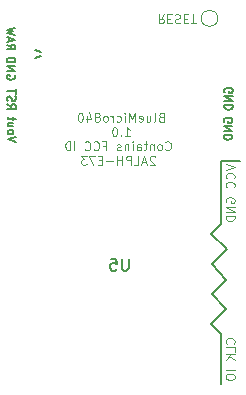
<source format=gbr>
G04 #@! TF.GenerationSoftware,KiCad,Pcbnew,(5.0.0)*
G04 #@! TF.CreationDate,2020-11-24T22:03:39-06:00*
G04 #@! TF.ProjectId,BlueMicro840,426C75654D6963726F3834302E6B6963,rev?*
G04 #@! TF.SameCoordinates,Original*
G04 #@! TF.FileFunction,Legend,Bot*
G04 #@! TF.FilePolarity,Positive*
%FSLAX46Y46*%
G04 Gerber Fmt 4.6, Leading zero omitted, Abs format (unit mm)*
G04 Created by KiCad (PCBNEW (5.0.0)) date 11/24/20 22:03:39*
%MOMM*%
%LPD*%
G01*
G04 APERTURE LIST*
%ADD10C,0.200000*%
%ADD11C,0.100000*%
%ADD12C,0.120000*%
%ADD13C,0.150000*%
G04 APERTURE END LIST*
D10*
X97179533Y-113399775D02*
X96671533Y-113272775D01*
X97169533Y-113795775D02*
X96661533Y-113922775D01*
D11*
X107692390Y-121660132D02*
X107728104Y-121695846D01*
X107835247Y-121731560D01*
X107906675Y-121731560D01*
X108013818Y-121695846D01*
X108085247Y-121624417D01*
X108120961Y-121552989D01*
X108156675Y-121410132D01*
X108156675Y-121302989D01*
X108120961Y-121160132D01*
X108085247Y-121088703D01*
X108013818Y-121017275D01*
X107906675Y-120981560D01*
X107835247Y-120981560D01*
X107728104Y-121017275D01*
X107692390Y-121052989D01*
X107263818Y-121731560D02*
X107335247Y-121695846D01*
X107370961Y-121660132D01*
X107406675Y-121588703D01*
X107406675Y-121374417D01*
X107370961Y-121302989D01*
X107335247Y-121267275D01*
X107263818Y-121231560D01*
X107156675Y-121231560D01*
X107085247Y-121267275D01*
X107049533Y-121302989D01*
X107013818Y-121374417D01*
X107013818Y-121588703D01*
X107049533Y-121660132D01*
X107085247Y-121695846D01*
X107156675Y-121731560D01*
X107263818Y-121731560D01*
X106692390Y-121231560D02*
X106692390Y-121731560D01*
X106692390Y-121302989D02*
X106656675Y-121267275D01*
X106585247Y-121231560D01*
X106478104Y-121231560D01*
X106406675Y-121267275D01*
X106370961Y-121338703D01*
X106370961Y-121731560D01*
X106120961Y-121231560D02*
X105835247Y-121231560D01*
X106013818Y-120981560D02*
X106013818Y-121624417D01*
X105978104Y-121695846D01*
X105906675Y-121731560D01*
X105835247Y-121731560D01*
X105263818Y-121731560D02*
X105263818Y-121338703D01*
X105299533Y-121267275D01*
X105370961Y-121231560D01*
X105513818Y-121231560D01*
X105585247Y-121267275D01*
X105263818Y-121695846D02*
X105335247Y-121731560D01*
X105513818Y-121731560D01*
X105585247Y-121695846D01*
X105620961Y-121624417D01*
X105620961Y-121552989D01*
X105585247Y-121481560D01*
X105513818Y-121445846D01*
X105335247Y-121445846D01*
X105263818Y-121410132D01*
X104906675Y-121731560D02*
X104906675Y-121231560D01*
X104906675Y-120981560D02*
X104942390Y-121017275D01*
X104906675Y-121052989D01*
X104870961Y-121017275D01*
X104906675Y-120981560D01*
X104906675Y-121052989D01*
X104549533Y-121231560D02*
X104549533Y-121731560D01*
X104549533Y-121302989D02*
X104513818Y-121267275D01*
X104442390Y-121231560D01*
X104335247Y-121231560D01*
X104263818Y-121267275D01*
X104228104Y-121338703D01*
X104228104Y-121731560D01*
X103906675Y-121695846D02*
X103835247Y-121731560D01*
X103692390Y-121731560D01*
X103620961Y-121695846D01*
X103585247Y-121624417D01*
X103585247Y-121588703D01*
X103620961Y-121517275D01*
X103692390Y-121481560D01*
X103799533Y-121481560D01*
X103870961Y-121445846D01*
X103906675Y-121374417D01*
X103906675Y-121338703D01*
X103870961Y-121267275D01*
X103799533Y-121231560D01*
X103692390Y-121231560D01*
X103620961Y-121267275D01*
X102442390Y-121338703D02*
X102692390Y-121338703D01*
X102692390Y-121731560D02*
X102692390Y-120981560D01*
X102335247Y-120981560D01*
X101620961Y-121660132D02*
X101656675Y-121695846D01*
X101763818Y-121731560D01*
X101835247Y-121731560D01*
X101942390Y-121695846D01*
X102013818Y-121624417D01*
X102049533Y-121552989D01*
X102085247Y-121410132D01*
X102085247Y-121302989D01*
X102049533Y-121160132D01*
X102013818Y-121088703D01*
X101942390Y-121017275D01*
X101835247Y-120981560D01*
X101763818Y-120981560D01*
X101656675Y-121017275D01*
X101620961Y-121052989D01*
X100870961Y-121660132D02*
X100906675Y-121695846D01*
X101013818Y-121731560D01*
X101085247Y-121731560D01*
X101192390Y-121695846D01*
X101263818Y-121624417D01*
X101299533Y-121552989D01*
X101335247Y-121410132D01*
X101335247Y-121302989D01*
X101299533Y-121160132D01*
X101263818Y-121088703D01*
X101192390Y-121017275D01*
X101085247Y-120981560D01*
X101013818Y-120981560D01*
X100906675Y-121017275D01*
X100870961Y-121052989D01*
X99978104Y-121731560D02*
X99978104Y-120981560D01*
X99620961Y-121731560D02*
X99620961Y-120981560D01*
X99442390Y-120981560D01*
X99335247Y-121017275D01*
X99263818Y-121088703D01*
X99228104Y-121160132D01*
X99192390Y-121302989D01*
X99192390Y-121410132D01*
X99228104Y-121552989D01*
X99263818Y-121624417D01*
X99335247Y-121695846D01*
X99442390Y-121731560D01*
X99620961Y-121731560D01*
X106799533Y-122277989D02*
X106763818Y-122242275D01*
X106692390Y-122206560D01*
X106513818Y-122206560D01*
X106442390Y-122242275D01*
X106406675Y-122277989D01*
X106370961Y-122349417D01*
X106370961Y-122420846D01*
X106406675Y-122527989D01*
X106835247Y-122956560D01*
X106370961Y-122956560D01*
X106085247Y-122742275D02*
X105728104Y-122742275D01*
X106156675Y-122956560D02*
X105906675Y-122206560D01*
X105656675Y-122956560D01*
X105049533Y-122956560D02*
X105406675Y-122956560D01*
X105406675Y-122206560D01*
X104799533Y-122956560D02*
X104799533Y-122206560D01*
X104513818Y-122206560D01*
X104442390Y-122242275D01*
X104406675Y-122277989D01*
X104370961Y-122349417D01*
X104370961Y-122456560D01*
X104406675Y-122527989D01*
X104442390Y-122563703D01*
X104513818Y-122599417D01*
X104799533Y-122599417D01*
X104049533Y-122956560D02*
X104049533Y-122206560D01*
X104049533Y-122563703D02*
X103620961Y-122563703D01*
X103620961Y-122956560D02*
X103620961Y-122206560D01*
X103263818Y-122670846D02*
X102692390Y-122670846D01*
X102335247Y-122563703D02*
X102085247Y-122563703D01*
X101978104Y-122956560D02*
X102335247Y-122956560D01*
X102335247Y-122206560D01*
X101978104Y-122206560D01*
X101728104Y-122206560D02*
X101228104Y-122206560D01*
X101549533Y-122956560D01*
X101013818Y-122206560D02*
X100549533Y-122206560D01*
X100799533Y-122492275D01*
X100692390Y-122492275D01*
X100620961Y-122527989D01*
X100585247Y-122563703D01*
X100549533Y-122635132D01*
X100549533Y-122813703D01*
X100585247Y-122885132D01*
X100620961Y-122920846D01*
X100692390Y-122956560D01*
X100906675Y-122956560D01*
X100978104Y-122920846D01*
X101013818Y-122885132D01*
X107538247Y-110235489D02*
X107288247Y-110592632D01*
X107109675Y-110235489D02*
X107109675Y-110985489D01*
X107395390Y-110985489D01*
X107466818Y-110949775D01*
X107502533Y-110914060D01*
X107538247Y-110842632D01*
X107538247Y-110735489D01*
X107502533Y-110664060D01*
X107466818Y-110628346D01*
X107395390Y-110592632D01*
X107109675Y-110592632D01*
X107859675Y-110628346D02*
X108109675Y-110628346D01*
X108216818Y-110235489D02*
X107859675Y-110235489D01*
X107859675Y-110985489D01*
X108216818Y-110985489D01*
X108502533Y-110271203D02*
X108609675Y-110235489D01*
X108788247Y-110235489D01*
X108859675Y-110271203D01*
X108895390Y-110306917D01*
X108931104Y-110378346D01*
X108931104Y-110449775D01*
X108895390Y-110521203D01*
X108859675Y-110556917D01*
X108788247Y-110592632D01*
X108645390Y-110628346D01*
X108573961Y-110664060D01*
X108538247Y-110699775D01*
X108502533Y-110771203D01*
X108502533Y-110842632D01*
X108538247Y-110914060D01*
X108573961Y-110949775D01*
X108645390Y-110985489D01*
X108823961Y-110985489D01*
X108931104Y-110949775D01*
X109252533Y-110628346D02*
X109502533Y-110628346D01*
X109609675Y-110235489D02*
X109252533Y-110235489D01*
X109252533Y-110985489D01*
X109609675Y-110985489D01*
X109823961Y-110985489D02*
X110252533Y-110985489D01*
X110038247Y-110235489D02*
X110038247Y-110985489D01*
D10*
X112374033Y-122639775D02*
X113961533Y-122639775D01*
X112374033Y-127973775D02*
X112374033Y-122639775D01*
X111548533Y-128799275D02*
X112374033Y-127973775D01*
X112882033Y-130132775D02*
X111548533Y-128799275D01*
X111612033Y-131402775D02*
X112882033Y-130132775D01*
X112818533Y-132736275D02*
X111612033Y-131402775D01*
X112755033Y-132799775D02*
X112818533Y-132736275D01*
X111612033Y-133942775D02*
X112755033Y-132799775D01*
X112818533Y-135212775D02*
X111612033Y-133942775D01*
X111548533Y-136482775D02*
X112818533Y-135212775D01*
X112374033Y-137308275D02*
X111548533Y-136482775D01*
X112374033Y-141562775D02*
X112374033Y-137308275D01*
D11*
X113467390Y-138100203D02*
X113503104Y-138064489D01*
X113538818Y-137957346D01*
X113538818Y-137885917D01*
X113503104Y-137778775D01*
X113431675Y-137707346D01*
X113360247Y-137671632D01*
X113217390Y-137635917D01*
X113110247Y-137635917D01*
X112967390Y-137671632D01*
X112895961Y-137707346D01*
X112824533Y-137778775D01*
X112788818Y-137885917D01*
X112788818Y-137957346D01*
X112824533Y-138064489D01*
X112860247Y-138100203D01*
X113538818Y-138778775D02*
X113538818Y-138421632D01*
X112788818Y-138421632D01*
X113538818Y-139028775D02*
X112788818Y-139028775D01*
X113538818Y-139457346D02*
X113110247Y-139135917D01*
X112788818Y-139457346D02*
X113217390Y-139028775D01*
X113538818Y-140350203D02*
X112788818Y-140350203D01*
X112788818Y-140850203D02*
X112788818Y-140993060D01*
X112824533Y-141064489D01*
X112895961Y-141135917D01*
X113038818Y-141171632D01*
X113288818Y-141171632D01*
X113431675Y-141135917D01*
X113503104Y-141064489D01*
X113538818Y-140993060D01*
X113538818Y-140850203D01*
X113503104Y-140778775D01*
X113431675Y-140707346D01*
X113288818Y-140671632D01*
X113038818Y-140671632D01*
X112895961Y-140707346D01*
X112824533Y-140778775D01*
X112788818Y-140850203D01*
X107303533Y-118925703D02*
X107196390Y-118961417D01*
X107160675Y-118997132D01*
X107124961Y-119068560D01*
X107124961Y-119175703D01*
X107160675Y-119247132D01*
X107196390Y-119282846D01*
X107267818Y-119318560D01*
X107553533Y-119318560D01*
X107553533Y-118568560D01*
X107303533Y-118568560D01*
X107232104Y-118604275D01*
X107196390Y-118639989D01*
X107160675Y-118711417D01*
X107160675Y-118782846D01*
X107196390Y-118854275D01*
X107232104Y-118889989D01*
X107303533Y-118925703D01*
X107553533Y-118925703D01*
X106696390Y-119318560D02*
X106767818Y-119282846D01*
X106803533Y-119211417D01*
X106803533Y-118568560D01*
X106089247Y-118818560D02*
X106089247Y-119318560D01*
X106410675Y-118818560D02*
X106410675Y-119211417D01*
X106374961Y-119282846D01*
X106303533Y-119318560D01*
X106196390Y-119318560D01*
X106124961Y-119282846D01*
X106089247Y-119247132D01*
X105446390Y-119282846D02*
X105517818Y-119318560D01*
X105660675Y-119318560D01*
X105732104Y-119282846D01*
X105767818Y-119211417D01*
X105767818Y-118925703D01*
X105732104Y-118854275D01*
X105660675Y-118818560D01*
X105517818Y-118818560D01*
X105446390Y-118854275D01*
X105410675Y-118925703D01*
X105410675Y-118997132D01*
X105767818Y-119068560D01*
X105089247Y-119318560D02*
X105089247Y-118568560D01*
X104839247Y-119104275D01*
X104589247Y-118568560D01*
X104589247Y-119318560D01*
X104232104Y-119318560D02*
X104232104Y-118818560D01*
X104232104Y-118568560D02*
X104267818Y-118604275D01*
X104232104Y-118639989D01*
X104196390Y-118604275D01*
X104232104Y-118568560D01*
X104232104Y-118639989D01*
X103553533Y-119282846D02*
X103624961Y-119318560D01*
X103767818Y-119318560D01*
X103839247Y-119282846D01*
X103874961Y-119247132D01*
X103910675Y-119175703D01*
X103910675Y-118961417D01*
X103874961Y-118889989D01*
X103839247Y-118854275D01*
X103767818Y-118818560D01*
X103624961Y-118818560D01*
X103553533Y-118854275D01*
X103232104Y-119318560D02*
X103232104Y-118818560D01*
X103232104Y-118961417D02*
X103196390Y-118889989D01*
X103160675Y-118854275D01*
X103089247Y-118818560D01*
X103017818Y-118818560D01*
X102660675Y-119318560D02*
X102732104Y-119282846D01*
X102767818Y-119247132D01*
X102803533Y-119175703D01*
X102803533Y-118961417D01*
X102767818Y-118889989D01*
X102732104Y-118854275D01*
X102660675Y-118818560D01*
X102553533Y-118818560D01*
X102482104Y-118854275D01*
X102446390Y-118889989D01*
X102410675Y-118961417D01*
X102410675Y-119175703D01*
X102446390Y-119247132D01*
X102482104Y-119282846D01*
X102553533Y-119318560D01*
X102660675Y-119318560D01*
X101982104Y-118889989D02*
X102053533Y-118854275D01*
X102089247Y-118818560D01*
X102124961Y-118747132D01*
X102124961Y-118711417D01*
X102089247Y-118639989D01*
X102053533Y-118604275D01*
X101982104Y-118568560D01*
X101839247Y-118568560D01*
X101767818Y-118604275D01*
X101732104Y-118639989D01*
X101696390Y-118711417D01*
X101696390Y-118747132D01*
X101732104Y-118818560D01*
X101767818Y-118854275D01*
X101839247Y-118889989D01*
X101982104Y-118889989D01*
X102053533Y-118925703D01*
X102089247Y-118961417D01*
X102124961Y-119032846D01*
X102124961Y-119175703D01*
X102089247Y-119247132D01*
X102053533Y-119282846D01*
X101982104Y-119318560D01*
X101839247Y-119318560D01*
X101767818Y-119282846D01*
X101732104Y-119247132D01*
X101696390Y-119175703D01*
X101696390Y-119032846D01*
X101732104Y-118961417D01*
X101767818Y-118925703D01*
X101839247Y-118889989D01*
X101053533Y-118818560D02*
X101053533Y-119318560D01*
X101232104Y-118532846D02*
X101410675Y-119068560D01*
X100946390Y-119068560D01*
X100517818Y-118568560D02*
X100446390Y-118568560D01*
X100374961Y-118604275D01*
X100339247Y-118639989D01*
X100303533Y-118711417D01*
X100267818Y-118854275D01*
X100267818Y-119032846D01*
X100303533Y-119175703D01*
X100339247Y-119247132D01*
X100374961Y-119282846D01*
X100446390Y-119318560D01*
X100517818Y-119318560D01*
X100589247Y-119282846D01*
X100624961Y-119247132D01*
X100660675Y-119175703D01*
X100696390Y-119032846D01*
X100696390Y-118854275D01*
X100660675Y-118711417D01*
X100624961Y-118639989D01*
X100589247Y-118604275D01*
X100517818Y-118568560D01*
X104249961Y-120543560D02*
X104678533Y-120543560D01*
X104464247Y-120543560D02*
X104464247Y-119793560D01*
X104535675Y-119900703D01*
X104607104Y-119972132D01*
X104678533Y-120007846D01*
X103928533Y-120472132D02*
X103892818Y-120507846D01*
X103928533Y-120543560D01*
X103964247Y-120507846D01*
X103928533Y-120472132D01*
X103928533Y-120543560D01*
X103428533Y-119793560D02*
X103357104Y-119793560D01*
X103285675Y-119829275D01*
X103249961Y-119864989D01*
X103214247Y-119936417D01*
X103178533Y-120079275D01*
X103178533Y-120257846D01*
X103214247Y-120400703D01*
X103249961Y-120472132D01*
X103285675Y-120507846D01*
X103357104Y-120543560D01*
X103428533Y-120543560D01*
X103499961Y-120507846D01*
X103535675Y-120472132D01*
X103571390Y-120400703D01*
X103607104Y-120257846D01*
X103607104Y-120079275D01*
X103571390Y-119936417D01*
X103535675Y-119864989D01*
X103499961Y-119829275D01*
X103428533Y-119793560D01*
X112788818Y-122941703D02*
X113538818Y-123191703D01*
X112788818Y-123441703D01*
X113467390Y-124120275D02*
X113503104Y-124084560D01*
X113538818Y-123977417D01*
X113538818Y-123905989D01*
X113503104Y-123798846D01*
X113431675Y-123727417D01*
X113360247Y-123691703D01*
X113217390Y-123655989D01*
X113110247Y-123655989D01*
X112967390Y-123691703D01*
X112895961Y-123727417D01*
X112824533Y-123798846D01*
X112788818Y-123905989D01*
X112788818Y-123977417D01*
X112824533Y-124084560D01*
X112860247Y-124120275D01*
X113467390Y-124870275D02*
X113503104Y-124834560D01*
X113538818Y-124727417D01*
X113538818Y-124655989D01*
X113503104Y-124548846D01*
X113431675Y-124477417D01*
X113360247Y-124441703D01*
X113217390Y-124405989D01*
X113110247Y-124405989D01*
X112967390Y-124441703D01*
X112895961Y-124477417D01*
X112824533Y-124548846D01*
X112788818Y-124655989D01*
X112788818Y-124727417D01*
X112824533Y-124834560D01*
X112860247Y-124870275D01*
X112824533Y-126155989D02*
X112788818Y-126084560D01*
X112788818Y-125977417D01*
X112824533Y-125870275D01*
X112895961Y-125798846D01*
X112967390Y-125763132D01*
X113110247Y-125727417D01*
X113217390Y-125727417D01*
X113360247Y-125763132D01*
X113431675Y-125798846D01*
X113503104Y-125870275D01*
X113538818Y-125977417D01*
X113538818Y-126048846D01*
X113503104Y-126155989D01*
X113467390Y-126191703D01*
X113217390Y-126191703D01*
X113217390Y-126048846D01*
X113538818Y-126513132D02*
X112788818Y-126513132D01*
X113538818Y-126941703D01*
X112788818Y-126941703D01*
X113538818Y-127298846D02*
X112788818Y-127298846D01*
X112788818Y-127477417D01*
X112824533Y-127584560D01*
X112895961Y-127655989D01*
X112967390Y-127691703D01*
X113110247Y-127727417D01*
X113217390Y-127727417D01*
X113360247Y-127691703D01*
X113431675Y-127655989D01*
X113503104Y-127584560D01*
X113538818Y-127477417D01*
X113538818Y-127298846D01*
D12*
G04 #@! TO.C,TP8*
X112121533Y-110574775D02*
G75*
G03X112121533Y-110574775I-700000J0D01*
G01*
G04 #@! TO.C,U5*
D13*
X104562970Y-130921930D02*
X104562970Y-131731454D01*
X104515351Y-131826692D01*
X104467732Y-131874311D01*
X104372494Y-131921930D01*
X104182018Y-131921930D01*
X104086780Y-131874311D01*
X104039161Y-131826692D01*
X103991542Y-131731454D01*
X103991542Y-130921930D01*
X103039161Y-130921930D02*
X103515351Y-130921930D01*
X103562970Y-131398121D01*
X103515351Y-131350502D01*
X103420113Y-131302883D01*
X103182018Y-131302883D01*
X103086780Y-131350502D01*
X103039161Y-131398121D01*
X102991542Y-131493359D01*
X102991542Y-131731454D01*
X103039161Y-131826692D01*
X103086780Y-131874311D01*
X103182018Y-131921930D01*
X103420113Y-131921930D01*
X103515351Y-131874311D01*
X103562970Y-131826692D01*
G04 #@! TO.C,U2*
X112722533Y-116835941D02*
X112689199Y-116769275D01*
X112689199Y-116669275D01*
X112722533Y-116569275D01*
X112789199Y-116502608D01*
X112855866Y-116469275D01*
X112989199Y-116435941D01*
X113089199Y-116435941D01*
X113222533Y-116469275D01*
X113289199Y-116502608D01*
X113355866Y-116569275D01*
X113389199Y-116669275D01*
X113389199Y-116735941D01*
X113355866Y-116835941D01*
X113322533Y-116869275D01*
X113089199Y-116869275D01*
X113089199Y-116735941D01*
X113389199Y-117169275D02*
X112689199Y-117169275D01*
X113389199Y-117569275D01*
X112689199Y-117569275D01*
X113389199Y-117902608D02*
X112689199Y-117902608D01*
X112689199Y-118069275D01*
X112722533Y-118169275D01*
X112789199Y-118235941D01*
X112855866Y-118269275D01*
X112989199Y-118302608D01*
X113089199Y-118302608D01*
X113222533Y-118269275D01*
X113289199Y-118235941D01*
X113355866Y-118169275D01*
X113389199Y-118069275D01*
X113389199Y-117902608D01*
X112659033Y-119375941D02*
X112625699Y-119309275D01*
X112625699Y-119209275D01*
X112659033Y-119109275D01*
X112725699Y-119042608D01*
X112792366Y-119009275D01*
X112925699Y-118975941D01*
X113025699Y-118975941D01*
X113159033Y-119009275D01*
X113225699Y-119042608D01*
X113292366Y-119109275D01*
X113325699Y-119209275D01*
X113325699Y-119275941D01*
X113292366Y-119375941D01*
X113259033Y-119409275D01*
X113025699Y-119409275D01*
X113025699Y-119275941D01*
X113325699Y-119709275D02*
X112625699Y-119709275D01*
X113325699Y-120109275D01*
X112625699Y-120109275D01*
X113325699Y-120442608D02*
X112625699Y-120442608D01*
X112625699Y-120609275D01*
X112659033Y-120709275D01*
X112725699Y-120775941D01*
X112792366Y-120809275D01*
X112925699Y-120842608D01*
X113025699Y-120842608D01*
X113159033Y-120809275D01*
X113225699Y-120775941D01*
X113292366Y-120709275D01*
X113325699Y-120609275D01*
X113325699Y-120442608D01*
X95044866Y-121059441D02*
X94344866Y-120826108D01*
X95044866Y-120592775D01*
X94344866Y-120259441D02*
X94378199Y-120326108D01*
X94411533Y-120359441D01*
X94478199Y-120392775D01*
X94678199Y-120392775D01*
X94744866Y-120359441D01*
X94778199Y-120326108D01*
X94811533Y-120259441D01*
X94811533Y-120159441D01*
X94778199Y-120092775D01*
X94744866Y-120059441D01*
X94678199Y-120026108D01*
X94478199Y-120026108D01*
X94411533Y-120059441D01*
X94378199Y-120092775D01*
X94344866Y-120159441D01*
X94344866Y-120259441D01*
X94811533Y-119426108D02*
X94344866Y-119426108D01*
X94811533Y-119726108D02*
X94444866Y-119726108D01*
X94378199Y-119692775D01*
X94344866Y-119626108D01*
X94344866Y-119526108D01*
X94378199Y-119459441D01*
X94411533Y-119426108D01*
X94811533Y-119192775D02*
X94811533Y-118926108D01*
X95044866Y-119092775D02*
X94444866Y-119092775D01*
X94378199Y-119059441D01*
X94344866Y-118992775D01*
X94344866Y-118926108D01*
X94294866Y-117826108D02*
X94628199Y-118059441D01*
X94294866Y-118226108D02*
X94994866Y-118226108D01*
X94994866Y-117959441D01*
X94961533Y-117892775D01*
X94928199Y-117859441D01*
X94861533Y-117826108D01*
X94761533Y-117826108D01*
X94694866Y-117859441D01*
X94661533Y-117892775D01*
X94628199Y-117959441D01*
X94628199Y-118226108D01*
X94328199Y-117559441D02*
X94294866Y-117459441D01*
X94294866Y-117292775D01*
X94328199Y-117226108D01*
X94361533Y-117192775D01*
X94428199Y-117159441D01*
X94494866Y-117159441D01*
X94561533Y-117192775D01*
X94594866Y-117226108D01*
X94628199Y-117292775D01*
X94661533Y-117426108D01*
X94694866Y-117492775D01*
X94728199Y-117526108D01*
X94794866Y-117559441D01*
X94861533Y-117559441D01*
X94928199Y-117526108D01*
X94961533Y-117492775D01*
X94994866Y-117426108D01*
X94994866Y-117259441D01*
X94961533Y-117159441D01*
X94994866Y-116959441D02*
X94994866Y-116559441D01*
X94294866Y-116759441D02*
X94994866Y-116759441D01*
X94921533Y-115366108D02*
X94954866Y-115432775D01*
X94954866Y-115532775D01*
X94921533Y-115632775D01*
X94854866Y-115699441D01*
X94788199Y-115732775D01*
X94654866Y-115766108D01*
X94554866Y-115766108D01*
X94421533Y-115732775D01*
X94354866Y-115699441D01*
X94288199Y-115632775D01*
X94254866Y-115532775D01*
X94254866Y-115466108D01*
X94288199Y-115366108D01*
X94321533Y-115332775D01*
X94554866Y-115332775D01*
X94554866Y-115466108D01*
X94254866Y-115032775D02*
X94954866Y-115032775D01*
X94254866Y-114632775D01*
X94954866Y-114632775D01*
X94254866Y-114299441D02*
X94954866Y-114299441D01*
X94954866Y-114132775D01*
X94921533Y-114032775D01*
X94854866Y-113966108D01*
X94788199Y-113932775D01*
X94654866Y-113899441D01*
X94554866Y-113899441D01*
X94421533Y-113932775D01*
X94354866Y-113966108D01*
X94288199Y-114032775D01*
X94254866Y-114132775D01*
X94254866Y-114299441D01*
X94274866Y-112796108D02*
X94608199Y-113029441D01*
X94274866Y-113196108D02*
X94974866Y-113196108D01*
X94974866Y-112929441D01*
X94941533Y-112862775D01*
X94908199Y-112829441D01*
X94841533Y-112796108D01*
X94741533Y-112796108D01*
X94674866Y-112829441D01*
X94641533Y-112862775D01*
X94608199Y-112929441D01*
X94608199Y-113196108D01*
X94474866Y-112529441D02*
X94474866Y-112196108D01*
X94274866Y-112596108D02*
X94974866Y-112362775D01*
X94274866Y-112129441D01*
X94974866Y-111962775D02*
X94274866Y-111796108D01*
X94774866Y-111662775D01*
X94274866Y-111529441D01*
X94974866Y-111362775D01*
G04 #@! TD*
M02*

</source>
